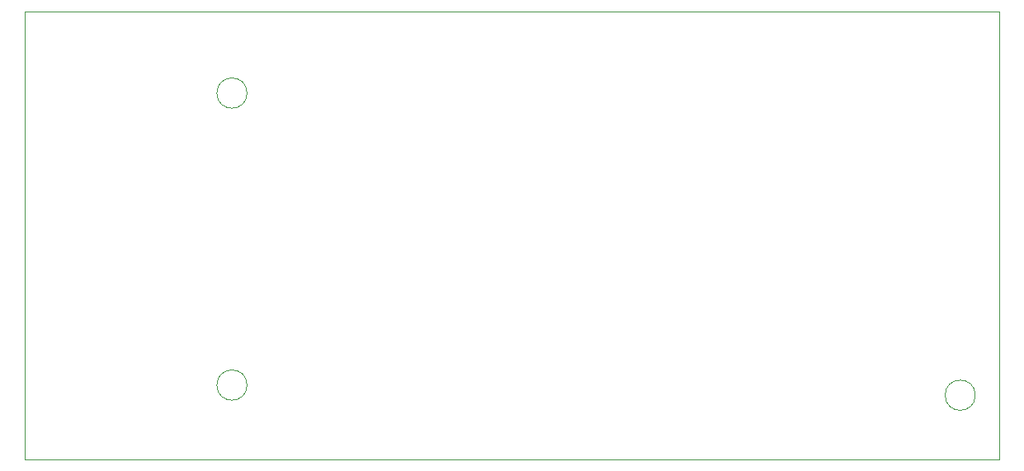
<source format=gbr>
%TF.GenerationSoftware,KiCad,Pcbnew,8.0.4*%
%TF.CreationDate,2024-12-04T14:23:44+01:00*%
%TF.ProjectId,ActivePedal,41637469-7665-4506-9564-616c2e6b6963,rev?*%
%TF.SameCoordinates,Original*%
%TF.FileFunction,Profile,NP*%
%FSLAX46Y46*%
G04 Gerber Fmt 4.6, Leading zero omitted, Abs format (unit mm)*
G04 Created by KiCad (PCBNEW 8.0.4) date 2024-12-04 14:23:44*
%MOMM*%
%LPD*%
G01*
G04 APERTURE LIST*
%TA.AperFunction,Profile*%
%ADD10C,0.050000*%
%TD*%
G04 APERTURE END LIST*
D10*
X62586000Y-68009000D02*
G75*
G02*
X59486000Y-68009000I-1550000J0D01*
G01*
X59486000Y-68009000D02*
G75*
G02*
X62586000Y-68009000I1550000J0D01*
G01*
X39760000Y-29650000D02*
X139760000Y-29650000D01*
X139760000Y-75650000D01*
X39760000Y-75650000D01*
X39760000Y-29650000D01*
X62586000Y-38037000D02*
G75*
G02*
X59486000Y-38037000I-1550000J0D01*
G01*
X59486000Y-38037000D02*
G75*
G02*
X62586000Y-38037000I1550000J0D01*
G01*
X137313000Y-69046000D02*
G75*
G02*
X134213000Y-69046000I-1550000J0D01*
G01*
X134213000Y-69046000D02*
G75*
G02*
X137313000Y-69046000I1550000J0D01*
G01*
M02*

</source>
